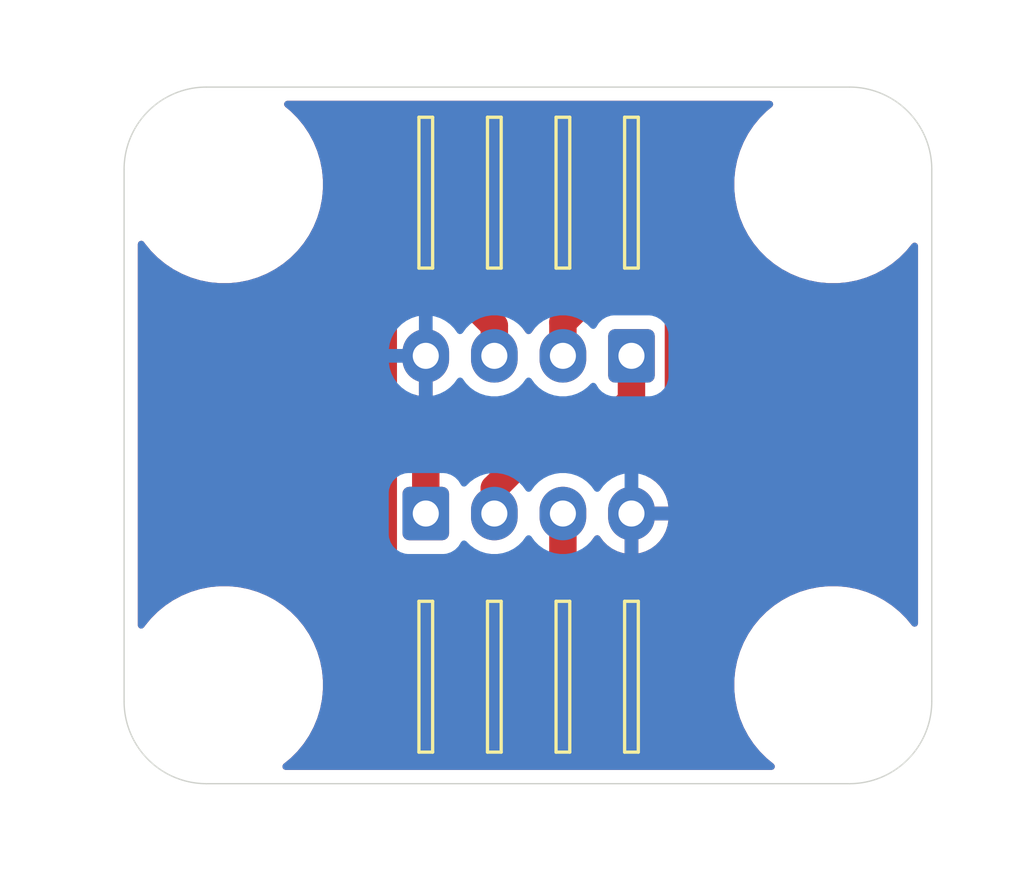
<source format=kicad_pcb>
(kicad_pcb (version 20240108) (generator "pcbnew") (generator_version "8.0")
  (layers (0 "F.Cu" signal) (31 "B.Cu" signal) (34 "B.Paste" user) (35 "F.Paste" user) (36 "B.SilkS" user "B.Silkscreen") (37 "F.SilkS" user "F.Silkscreen") (38 "B.Mask" user) (39 "F.Mask" user) (44 "Edge.Cuts" user))
  (net 0 "")
  (net 1 "E1D1")
  (net 2 "E1D2")
  (net 3 "VBUS")
  (net 4 "GND")
  (footprint "LOGO" (layer "F.Cu") (at 146.350293 109.852368)
    (property "Reference" "G***" (hide yes))
    (property "Value" "LOGO" (hide yes))
  )
  (footprint "MountingHole:MountingHole_3.2mm_M3" (layer "F.Cu") (at 150.175 118.8)
    (property "Reference" "REF**" (hide yes))
    (property "Value" "MountingHole_3.2mm_M3" (hide yes))
    (pad "" np_thru_hole circle (at 0 0) (size 3.2 3.2) (drill 3.2) (layers "*.Cu" "*.Mask"))
  )
  (footprint "MountingHole:MountingHole_3.2mm_M3" (layer "F.Cu") (at 150.175 100.55)
    (property "Reference" "REF**" (hide yes))
    (property "Value" "MountingHole_3.2mm_M3" (hide yes))
    (pad "" np_thru_hole circle (at 0 0) (size 3.2 3.2) (drill 3.2) (layers "*.Cu" "*.Mask"))
  )
  (footprint "LOGO" (layer "F.Cu") (at 132.30565 109.62003)
    (property "Reference" "G***" (hide yes))
    (property "Value" "LOGO" (hide yes))
  )
  (footprint "MountingHole:MountingHole_3.2mm_M3" (layer "F.Cu") (at 127.975 118.8)
    (property "Reference" "REF**" (hide yes))
    (property "Value" "MountingHole_3.2mm_M3" (hide yes))
    (pad "" np_thru_hole circle (at 0 0) (size 3.2 3.2) (drill 3.2) (layers "*.Cu" "*.Mask"))
  )
  (footprint "Connector_JST:JST_XH_S4B-XH-A_1x04_P2.50mm_Horizontal" (layer "F.Cu") (at 142.825 106.8 180)
    (property "Reference" "J1" (hide yes))
    (property "Value" "DAO_NEW")
    (fp_line (start 7.75 8.7) (end 7.75 3.2) (stroke (width 0.12)) (layer "F.SilkS"))
    (fp_line (start 7.75 3.2) (end 7.25 3.2) (stroke (width 0.12)) (layer "F.SilkS"))
    (fp_line (start 7.25 8.7) (end 7.75 8.7) (stroke (width 0.12)) (layer "F.SilkS"))
    (fp_line (start 7.25 3.2) (end 7.25 8.7) (stroke (width 0.12)) (layer "F.SilkS"))
    (fp_line (start 5.25 8.7) (end 5.25 3.2) (stroke (width 0.12)) (layer "F.SilkS"))
    (fp_line (start 5.25 3.2) (end 4.75 3.2) (stroke (width 0.12)) (layer "F.SilkS"))
    (fp_line (start 4.75 8.7) (end 5.25 8.7) (stroke (width 0.12)) (layer "F.SilkS"))
    (fp_line (start 4.75 3.2) (end 4.75 8.7) (stroke (width 0.12)) (layer "F.SilkS"))
    (fp_line (start 2.75 8.7) (end 2.75 3.2) (stroke (width 0.12)) (layer "F.SilkS"))
    (fp_line (start 2.75 3.2) (end 2.25 3.2) (stroke (width 0.12)) (layer "F.SilkS"))
    (fp_line (start 2.25 8.7) (end 2.75 8.7) (stroke (width 0.12)) (layer "F.SilkS"))
    (fp_line (start 2.25 3.2) (end 2.25 8.7) (stroke (width 0.12)) (layer "F.SilkS"))
    (fp_line (start 0.25 8.7) (end 0.25 3.2) (stroke (width 0.12)) (layer "F.SilkS"))
    (fp_line (start 0.25 3.2) (end -0.25 3.2) (stroke (width 0.12)) (layer "F.SilkS"))
    (fp_line (start -0.25 8.7) (end 0.25 8.7) (stroke (width 0.12)) (layer "F.SilkS"))
    (fp_line (start -0.25 3.2) (end -0.25 8.7) (stroke (width 0.12)) (layer "F.SilkS"))
    (pad "1" thru_hole roundrect (at 0 0 180) (size 1.7 1.95) (drill 0.95) (layers "*.Cu" "*.Mask") (roundrect_rratio 0.147059) (net 1 "E1D1"))
    (pad "2" thru_hole oval (at 2.5 0 180) (size 1.7 1.95) (drill 0.95) (layers "*.Cu" "*.Mask") (net 2 "E1D2"))
    (pad "3" thru_hole oval (at 5 0 180) (size 1.7 1.95) (drill 0.95) (layers "*.Cu" "*.Mask") (net 3 "VBUS"))
    (pad "4" thru_hole oval (at 7.5 0 180) (size 1.7 1.95) (drill 0.95) (layers "*.Cu" "*.Mask") (net 4 "GND"))
  )
  (footprint "Connector_JST:JST_XH_S4B-XH-A_1x04_P2.50mm_Horizontal" (layer "F.Cu") (at 135.325 112.55)
    (property "Reference" "J2" (hide yes))
    (property "Value" "DAO_OLD")
    (fp_line (start -0.25 3.2) (end -0.25 8.7) (stroke (width 0.12)) (layer "F.SilkS"))
    (fp_line (start -0.25 8.7) (end 0.25 8.7) (stroke (width 0.12)) (layer "F.SilkS"))
    (fp_line (start 0.25 3.2) (end -0.25 3.2) (stroke (width 0.12)) (layer "F.SilkS"))
    (fp_line (start 0.25 8.7) (end 0.25 3.2) (stroke (width 0.12)) (layer "F.SilkS"))
    (fp_line (start 2.25 3.2) (end 2.25 8.7) (stroke (width 0.12)) (layer "F.SilkS"))
    (fp_line (start 2.25 8.7) (end 2.75 8.7) (stroke (width 0.12)) (layer "F.SilkS"))
    (fp_line (start 2.75 3.2) (end 2.25 3.2) (stroke (width 0.12)) (layer "F.SilkS"))
    (fp_line (start 2.75 8.7) (end 2.75 3.2) (stroke (width 0.12)) (layer "F.SilkS"))
    (fp_line (start 4.75 3.2) (end 4.75 8.7) (stroke (width 0.12)) (layer "F.SilkS"))
    (fp_line (start 4.75 8.7) (end 5.25 8.7) (stroke (width 0.12)) (layer "F.SilkS"))
    (fp_line (start 5.25 3.2) (end 4.75 3.2) (stroke (width 0.12)) (layer "F.SilkS"))
    (fp_line (start 5.25 8.7) (end 5.25 3.2) (stroke (width 0.12)) (layer "F.SilkS"))
    (fp_line (start 7.25 3.2) (end 7.25 8.7) (stroke (width 0.12)) (layer "F.SilkS"))
    (fp_line (start 7.25 8.7) (end 7.75 8.7) (stroke (width 0.12)) (layer "F.SilkS"))
    (fp_line (start 7.75 3.2) (end 7.25 3.2) (stroke (width 0.12)) (layer "F.SilkS"))
    (fp_line (start 7.75 8.7) (end 7.75 3.2) (stroke (width 0.12)) (layer "F.SilkS"))
    (pad "1" thru_hole roundrect (at 0 0) (size 1.7 1.95) (drill 0.95) (layers "*.Cu" "*.Mask") (roundrect_rratio 0.147059) (net 1 "E1D1"))
    (pad "2" thru_hole oval (at 2.5 0) (size 1.7 1.95) (drill 0.95) (layers "*.Cu" "*.Mask") (net 2 "E1D2"))
    (pad "3" thru_hole oval (at 5 0) (size 1.7 1.95) (drill 0.95) (layers "*.Cu" "*.Mask") (net 3 "VBUS"))
    (pad "4" thru_hole oval (at 7.5 0) (size 1.7 1.95) (drill 0.95) (layers "*.Cu" "*.Mask") (net 4 "GND"))
  )
  (footprint "MountingHole:MountingHole_3.2mm_M3" (layer "F.Cu") (at 127.975 100.55)
    (property "Reference" "REF**" (hide yes))
    (property "Value" "MountingHole_3.2mm_M3" (hide yes))
    (pad "" np_thru_hole circle (at 0 0) (size 3.2 3.2) (drill 3.2) (layers "*.Cu" "*.Mask"))
  )
  (gr_line (start 127.325 97) (end 150.775 97) (stroke (width 0.05)) (layer "Edge.Cuts"))
  (gr_line (start 124.325 119.4) (end 124.325 100) (stroke (width 0.05)) (layer "Edge.Cuts"))
  (gr_line (start 153.775 100) (end 153.775 119.4) (stroke (width 0.05)) (layer "Edge.Cuts"))
  (gr_arc (start 150.775 97) (mid 152.89632 97.87868) (end 153.775 100) (stroke (width 0.05)) (layer "Edge.Cuts"))
  (gr_arc (start 153.775 119.4) (mid 152.89632 121.52132) (end 150.775 122.4) (stroke (width 0.05)) (layer "Edge.Cuts"))
  (gr_arc (start 124.325 100) (mid 125.20368 97.87868) (end 127.325 97) (stroke (width 0.05)) (layer "Edge.Cuts"))
  (gr_line (start 150.775 122.4) (end 127.325 122.4) (stroke (width 0.05)) (layer "Edge.Cuts"))
  (gr_arc (start 127.325 122.4) (mid 125.20368 121.52132) (end 124.325 119.4) (stroke (width 0.05)) (layer "Edge.Cuts"))
  (segment (start 142.825 108.425) (end 142.825 106.8) (width 1) (layer "F.Cu") (net 1))
  (segment (start 135.325 110.15) (end 136.4 109.075) (width 1) (layer "F.Cu") (net 1))
  (segment (start 136.4 109.075) (end 142.175 109.075) (width 1) (layer "F.Cu") (net 1))
  (segment (start 135.325 112.55) (end 135.325 110.15) (width 1) (layer "F.Cu") (net 1))
  (segment (start 142.175 109.075) (end 142.825 108.425) (width 1) (layer "F.Cu") (net 1))
  (segment (start 143.975 104.525) (end 141.375 104.525) (width 1) (layer "F.Cu") (net 2))
  (segment (start 140.325 105.575) (end 140.325 106.8) (width 1) (layer "F.Cu") (net 2))
  (segment (start 144.5375 108.409556) (end 144.5375 105.0875) (width 1) (layer "F.Cu") (net 2))
  (segment (start 139.075 110.375) (end 142.572056 110.375) (width 1) (layer "F.Cu") (net 2))
  (segment (start 137.825 111.625) (end 139.075 110.375) (width 1) (layer "F.Cu") (net 2))
  (segment (start 137.825 112.55) (end 137.825 111.625) (width 1) (layer "F.Cu") (net 2))
  (segment (start 144.5375 105.0875) (end 143.975 104.525) (width 1) (layer "F.Cu") (net 2))
  (segment (start 141.375 104.525) (end 140.325 105.575) (width 1) (layer "F.Cu") (net 2))
  (segment (start 142.572056 110.375) (end 144.5375 108.409556) (width 1) (layer "F.Cu") (net 2))
  (segment (start 137.825 105.7) (end 137.825 106.8) (width 1) (layer "F.Cu") (net 3))
  (segment (start 140.325 114.125) (end 139.225 115.225) (width 1) (layer "F.Cu") (net 3))
  (segment (start 134.475 104.425) (end 136.55 104.425) (width 1) (layer "F.Cu") (net 3))
  (segment (start 136.55 104.425) (end 137.825 105.7) (width 1) (layer "F.Cu") (net 3))
  (segment (start 139.225 115.225) (end 134.375 115.225) (width 1) (layer "F.Cu") (net 3))
  (segment (start 134.375 115.225) (end 133.775 114.625) (width 1) (layer "F.Cu") (net 3))
  (segment (start 133.775 105.125) (end 134.475 104.425) (width 1) (layer "F.Cu") (net 3))
  (segment (start 140.325 112.55) (end 140.325 114.125) (width 1) (layer "F.Cu") (net 3))
  (segment (start 133.775 114.625) (end 133.775 105.125) (width 1) (layer "F.Cu") (net 3))
  (zone (net 4) (net_name "GND") (layers "F&B.Cu") (connect_pads (clearance 0.5)) (min_thickness 0.25) (fill yes (thermal_gap 0.5) (thermal_bridge_width 0.5))
    (polygon (pts (xy 120.2 93.825) (xy 157.15 93.925) (xy 157.05 126.45) (xy 119.8 126.5)))
  )
)
</source>
